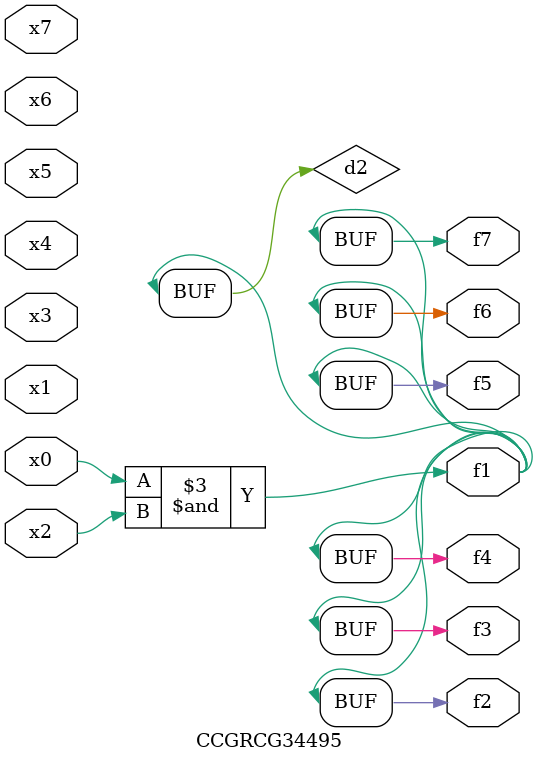
<source format=v>
module CCGRCG34495(
	input x0, x1, x2, x3, x4, x5, x6, x7,
	output f1, f2, f3, f4, f5, f6, f7
);

	wire d1, d2;

	nor (d1, x3, x6);
	and (d2, x0, x2);
	assign f1 = d2;
	assign f2 = d2;
	assign f3 = d2;
	assign f4 = d2;
	assign f5 = d2;
	assign f6 = d2;
	assign f7 = d2;
endmodule

</source>
